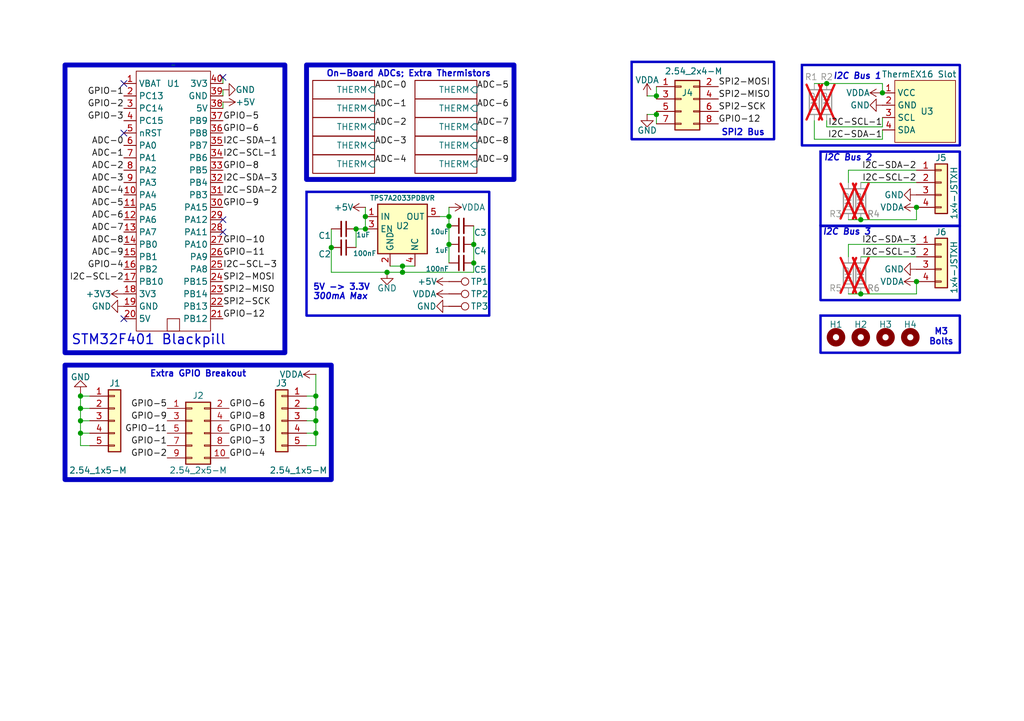
<source format=kicad_sch>
(kicad_sch (version 20231120) (generator "eeschema") (generator_version "8.0")
  (paper "A5")
  (lib_symbols
    (symbol "Connector:TestPoint" (pin_numbers hide) (pin_names (offset 0.762) hide)
      (property "Reference" "TP" (at 0 6.858 0))
      (property "Value" "TestPoint" (at 0 5.08 0))
      (symbol "TestPoint_0_1"
        (circle (center 0 3.302) (radius 0.762))
      )
      (symbol "TestPoint_1_1"
        (pin passive line (at 0 0 90) (length 2.54) (name "1") (number "1"))
      )
    )
    (symbol "Connector_Generic:Conn_01x04" (pin_names (offset 1.016) hide)
      (property "Reference" "J" (at 0 5.08 0))
      (property "Value" "Conn_01x04" (at 0 -7.62 0))
      (symbol "Conn_01x04_1_1"
        (rectangle (start -1.27 -4.953) (end 0 -5.207) (stroke (width 0.1524)))
        (rectangle (start -1.27 -2.413) (end 0 -2.667) (stroke (width 0.1524)))
        (rectangle (start -1.27 0.127) (end 0 -0.127) (stroke (width 0.1524)))
        (rectangle (start -1.27 2.667) (end 0 2.413) (stroke (width 0.1524)))
        (rectangle (start -1.27 3.81) (end 1.27 -6.35) (stroke (width 0.254)) (fill (type background)))
        (pin passive line (at -5.08 2.54 0) (length 3.81) (name "Pin_1") (number "1"))
        (pin passive line (at -5.08 0 0) (length 3.81) (name "Pin_2") (number "2"))
        (pin passive line (at -5.08 -2.54 0) (length 3.81) (name "Pin_3") (number "3"))
        (pin passive line (at -5.08 -5.08 0) (length 3.81) (name "Pin_4") (number "4"))
      )
    )
    (symbol "Connector_Generic:Conn_01x05" (pin_names (offset 1.016) hide)
      (property "Reference" "J" (at 0 7.62 0))
      (property "Value" "Conn_01x05" (at 0 -7.62 0))
      (symbol "Conn_01x05_1_1"
        (rectangle (start -1.27 -4.953) (end 0 -5.207) (stroke (width 0.1524)))
        (rectangle (start -1.27 -2.413) (end 0 -2.667) (stroke (width 0.1524)))
        (rectangle (start -1.27 0.127) (end 0 -0.127) (stroke (width 0.1524)))
        (rectangle (start -1.27 2.667) (end 0 2.413) (stroke (width 0.1524)))
        (rectangle (start -1.27 5.207) (end 0 4.953) (stroke (width 0.1524)))
        (rectangle (start -1.27 6.35) (end 1.27 -6.35) (stroke (width 0.254)) (fill (type background)))
        (pin passive line (at -5.08 5.08 0) (length 3.81) (name "Pin_1") (number "1"))
        (pin passive line (at -5.08 2.54 0) (length 3.81) (name "Pin_2") (number "2"))
        (pin passive line (at -5.08 0 0) (length 3.81) (name "Pin_3") (number "3"))
        (pin passive line (at -5.08 -2.54 0) (length 3.81) (name "Pin_4") (number "4"))
        (pin passive line (at -5.08 -5.08 0) (length 3.81) (name "Pin_5") (number "5"))
      )
    )
    (symbol "Connector_Generic:Conn_02x04_Odd_Even" (pin_names (offset 1.016) hide)
      (property "Reference" "J" (at 1.27 5.08 0))
      (property "Value" "Conn_02x04_Odd_Even" (at 1.27 -7.62 0))
      (symbol "Conn_02x04_Odd_Even_1_1"
        (rectangle (start -1.27 -4.953) (end 0 -5.207) (stroke (width 0.1524)))
        (rectangle (start -1.27 -2.413) (end 0 -2.667) (stroke (width 0.1524)))
        (rectangle (start -1.27 0.127) (end 0 -0.127) (stroke (width 0.1524)))
        (rectangle (start -1.27 2.667) (end 0 2.413) (stroke (width 0.1524)))
        (rectangle (start -1.27 3.81) (end 3.81 -6.35) (stroke (width 0.254)) (fill (type background)))
        (rectangle (start 3.81 -4.953) (end 2.54 -5.207) (stroke (width 0.1524)))
        (rectangle (start 3.81 -2.413) (end 2.54 -2.667) (stroke (width 0.1524)))
        (rectangle (start 3.81 0.127) (end 2.54 -0.127) (stroke (width 0.1524)))
        (rectangle (start 3.81 2.667) (end 2.54 2.413) (stroke (width 0.1524)))
        (pin passive line (at -5.08 2.54 0) (length 3.81) (name "Pin_1") (number "1"))
        (pin passive line (at 7.62 2.54 180) (length 3.81) (name "Pin_2") (number "2"))
        (pin passive line (at -5.08 0 0) (length 3.81) (name "Pin_3") (number "3"))
        (pin passive line (at 7.62 0 180) (length 3.81) (name "Pin_4") (number "4"))
        (pin passive line (at -5.08 -2.54 0) (length 3.81) (name "Pin_5") (number "5"))
        (pin passive line (at 7.62 -2.54 180) (length 3.81) (name "Pin_6") (number "6"))
        (pin passive line (at -5.08 -5.08 0) (length 3.81) (name "Pin_7") (number "7"))
        (pin passive line (at 7.62 -5.08 180) (length 3.81) (name "Pin_8") (number "8"))
      )
    )
    (symbol "Connector_Generic:Conn_02x05_Odd_Even" (pin_names (offset 1.016) hide)
      (property "Reference" "J" (at 1.27 7.62 0))
      (property "Value" "Conn_02x05_Odd_Even" (at 1.27 -7.62 0))
      (symbol "Conn_02x05_Odd_Even_1_1"
        (rectangle (start -1.27 -4.953) (end 0 -5.207) (stroke (width 0.1524)))
        (rectangle (start -1.27 -2.413) (end 0 -2.667) (stroke (width 0.1524)))
        (rectangle (start -1.27 0.127) (end 0 -0.127) (stroke (width 0.1524)))
        (rectangle (start -1.27 2.667) (end 0 2.413) (stroke (width 0.1524)))
        (rectangle (start -1.27 5.207) (end 0 4.953) (stroke (width 0.1524)))
        (rectangle (start -1.27 6.35) (end 3.81 -6.35) (stroke (width 0.254)) (fill (type background)))
        (rectangle (start 3.81 -4.953) (end 2.54 -5.207) (stroke (width 0.1524)))
        (rectangle (start 3.81 -2.413) (end 2.54 -2.667) (stroke (width 0.1524)))
        (rectangle (start 3.81 0.127) (end 2.54 -0.127) (stroke (width 0.1524)))
        (rectangle (start 3.81 2.667) (end 2.54 2.413) (stroke (width 0.1524)))
        (rectangle (start 3.81 5.207) (end 2.54 4.953) (stroke (width 0.1524)))
        (pin passive line (at -5.08 5.08 0) (length 3.81) (name "Pin_1") (number "1"))
        (pin passive line (at 7.62 -5.08 180) (length 3.81) (name "Pin_10") (number "10"))
        (pin passive line (at 7.62 5.08 180) (length 3.81) (name "Pin_2") (number "2"))
        (pin passive line (at -5.08 2.54 0) (length 3.81) (name "Pin_3") (number "3"))
        (pin passive line (at 7.62 2.54 180) (length 3.81) (name "Pin_4") (number "4"))
        (pin passive line (at -5.08 0 0) (length 3.81) (name "Pin_5") (number "5"))
        (pin passive line (at 7.62 0 180) (length 3.81) (name "Pin_6") (number "6"))
        (pin passive line (at -5.08 -2.54 0) (length 3.81) (name "Pin_7") (number "7"))
        (pin passive line (at 7.62 -2.54 180) (length 3.81) (name "Pin_8") (number "8"))
        (pin passive line (at -5.08 -5.08 0) (length 3.81) (name "Pin_9") (number "9"))
      )
    )
    (symbol "CustomSymbols:STM32F401_Black_Pill"
      (property "Reference" "U1" (at 10.16 -7.62 0))
      (property "Value" "~" (at 0 0 0))
      (symbol "STM32F401_Black_Pill_0_1"
        (rectangle (start 2.54 -2.54) (end 17.78 -55.88))
      )
      (symbol "STM32F401_Black_Pill_1_1"
        (rectangle (start 8.89 -53.34) (end 11.43 -55.88))
        (pin input line (at 0 -5.08 0) (length 2.54) (name "VBAT") (number "1"))
        (pin input line (at 0 -27.94 0) (length 2.54) (name "PA4") (number "10"))
        (pin input line (at 0 -30.48 0) (length 2.54) (name "PA5") (number "11"))
        (pin input line (at 0 -33.02 0) (length 2.54) (name "PA6") (number "12"))
        (pin input line (at 0 -35.56 0) (length 2.54) (name "PA7") (number "13"))
        (pin input line (at 0 -38.1 0) (length 2.54) (name "PB0") (number "14"))
        (pin input line (at 0 -40.64 0) (length 2.54) (name "PB1") (number "15"))
        (pin input line (at 0 -43.18 0) (length 2.54) (name "PB2") (number "16"))
        (pin input line (at 0 -45.72 0) (length 2.54) (name "PB10") (number "17"))
        (pin input line (at 0 -48.26 0) (length 2.54) (name "3V3") (number "18"))
        (pin input line (at 0 -50.8 0) (length 2.54) (name "GND") (number "19"))
        (pin input line (at 0 -7.62 0) (length 2.54) (name "PC13") (number "2"))
        (pin input line (at 0 -53.34 0) (length 2.54) (name "5V") (number "20"))
        (pin input line (at 20.32 -53.34 180) (length 2.54) (name "PB12") (number "21"))
        (pin input line (at 20.32 -50.8 180) (length 2.54) (name "PB13") (number "22"))
        (pin input line (at 20.32 -48.26 180) (length 2.54) (name "PB14") (number "23"))
        (pin input line (at 20.32 -45.72 180) (length 2.54) (name "PB15") (number "24"))
        (pin input line (at 20.32 -43.18 180) (length 2.54) (name "PA8") (number "25"))
        (pin input line (at 20.32 -40.64 180) (length 2.54) (name "PA9") (number "26"))
        (pin input line (at 20.32 -38.1 180) (length 2.54) (name "PA10") (number "27"))
        (pin input line (at 20.32 -35.56 180) (length 2.54) (name "PA11") (number "28"))
        (pin input line (at 20.32 -33.02 180) (length 2.54) (name "PA12") (number "29"))
        (pin input line (at 0 -10.16 0) (length 2.54) (name "PC14") (number "3"))
        (pin input line (at 20.32 -30.48 180) (length 2.54) (name "PA15") (number "30"))
        (pin input line (at 20.32 -27.94 180) (length 2.54) (name "PB3") (number "31"))
        (pin input line (at 20.32 -25.4 180) (length 2.54) (name "PB4") (number "32"))
        (pin input line (at 20.32 -22.86 180) (length 2.54) (name "PB5") (number "33"))
        (pin input line (at 20.32 -20.32 180) (length 2.54) (name "PB6") (number "34"))
        (pin input line (at 20.32 -17.78 180) (length 2.54) (name "PB7") (number "35"))
        (pin input line (at 20.32 -15.24 180) (length 2.54) (name "PB8") (number "36"))
        (pin input line (at 20.32 -12.7 180) (length 2.54) (name "PB9") (number "37"))
        (pin input line (at 20.32 -10.16 180) (length 2.54) (name "5V") (number "38"))
        (pin input line (at 20.32 -7.62 180) (length 2.54) (name "GND") (number "39"))
        (pin input line (at 0 -12.7 0) (length 2.54) (name "PC15") (number "4"))
        (pin input line (at 20.32 -5.08 180) (length 2.54) (name "3V3") (number "40"))
        (pin input line (at 0 -15.24 0) (length 2.54) (name "nRST") (number "5"))
        (pin input line (at 0 -17.78 0) (length 2.54) (name "PA0") (number "6"))
        (pin input line (at 0 -20.32 0) (length 2.54) (name "PA1") (number "7"))
        (pin input line (at 0 -22.86 0) (length 2.54) (name "PA2") (number "8"))
        (pin input line (at 0 -25.4 0) (length 2.54) (name "PA3") (number "9"))
      )
    )
    (symbol "CustomSymbols:ThermEX16"
      (property "Reference" "U" (at 0 0 0))
      (symbol "ThermEX16_1_1"
        (rectangle (start -6.35 6.35) (end 6.096 -6.35) (fill (type background)))
        (pin input line (at -8.89 3.81 0) (length 2.54) (name "VCC") (number "1"))
        (pin input line (at -8.89 1.27 0) (length 2.54) (name "GND") (number "2"))
        (pin input line (at -8.89 -1.27 0) (length 2.54) (name "SCL") (number "3"))
        (pin input line (at -8.89 -3.81 0) (length 2.54) (name "SDA") (number "4"))
      )
    )
    (symbol "Device:C_Small" (pin_numbers hide) (pin_names (offset 0.254) hide)
      (property "Reference" "C" (at 0.254 1.778 0))
      (property "Value" "C_Small" (at 0.254 -2.032 0))
      (symbol "C_Small_0_1"
        (polyline (pts (xy -1.524 -0.508) (xy 1.524 -0.508)) (stroke (width 0.3302)))
        (polyline (pts (xy -1.524 0.508) (xy 1.524 0.508)) (stroke (width 0.3048)))
      )
      (symbol "C_Small_1_1"
        (pin passive line (at 0 2.54 270) (length 2.032) (name "~") (number "1"))
        (pin passive line (at 0 -2.54 90) (length 2.032) (name "~") (number "2"))
      )
    )
    (symbol "Device:R" (pin_numbers hide) (pin_names (offset 0))
      (property "Reference" "R" (at 2.032 0 90))
      (property "Value" "R" (at 0 0 90))
      (symbol "R_0_1"
        (rectangle (start -1.016 -2.54) (end 1.016 2.54) (stroke (width 0.254)))
      )
      (symbol "R_1_1"
        (pin passive line (at 0 3.81 270) (length 1.27) (name "~") (number "1"))
        (pin passive line (at 0 -3.81 90) (length 1.27) (name "~") (number "2"))
      )
    )
    (symbol "Mechanical:MountingHole" (pin_names (offset 1.016)) (exclude_from_sim yes) (in_bom no)
      (property "Reference" "H" (at 0 5.08 0))
      (property "Value" "MountingHole" (at 0 3.175 0))
      (symbol "MountingHole_0_1"
        (circle (center 0 0) (radius 1.27) (stroke (width 1.27)))
      )
    )
    (symbol "Regulator_Linear:TPS7A0510PDBV"
      (property "Reference" "U2" (at 0 0.635 0))
      (property "Value" "TPS7A2033PDBVR" (at 0 6.35 0))
      (symbol "TPS7A0510PDBV_0_1"
        (rectangle (start -5.08 -5.08) (end 5.08 5.08) (stroke (width 0.254)) (fill (type background)))
        (pin power_in line (at -7.62 2.54 0) (length 2.54) (name "IN") (number "1"))
        (pin power_in line (at -2.54 -7.62 90) (length 2.54) (name "GND") (number "2"))
        (pin input line (at -7.62 0 0) (length 2.54) (name "EN") (number "3"))
        (pin power_out line (at 7.62 2.54 180) (length 2.54) (name "OUT") (number "5"))
      )
      (symbol "TPS7A0510PDBV_1_1"
        (pin power_in line (at 2.54 -7.62 90) (length 2.54) (name "NC") (number "4"))
      )
    )
    (symbol "power:+3V3" (power) (pin_numbers hide) (pin_names (offset 0) hide)
      (property "Value" "+3V3" (at 0 3.556 0))
      (symbol "+3V3_0_1"
        (polyline (pts (xy -0.762 1.27) (xy 0 2.54)))
        (polyline (pts (xy 0 0) (xy 0 2.54)))
        (polyline (pts (xy 0 2.54) (xy 0.762 1.27)))
      )
      (symbol "+3V3_1_1"
        (pin power_in line (at 0 0 90) (length 0) (name "~") (number "1"))
      )
    )
    (symbol "power:+5V" (power) (pin_numbers hide) (pin_names (offset 0) hide)
      (property "Value" "+5V" (at 0 3.556 0))
      (symbol "+5V_0_1"
        (polyline (pts (xy -0.762 1.27) (xy 0 2.54)))
        (polyline (pts (xy 0 0) (xy 0 2.54)))
        (polyline (pts (xy 0 2.54) (xy 0.762 1.27)))
      )
      (symbol "+5V_1_1"
        (pin power_in line (at 0 0 90) (length 0) (name "~") (number "1"))
      )
    )
    (symbol "power:GND" (power) (pin_numbers hide) (pin_names (offset 0) hide)
      (property "Value" "GND" (at 0 -3.81 0))
      (symbol "GND_0_1"
        (polyline (pts (xy 0 0) (xy 0 -1.27) (xy 1.27 -1.27) (xy 0 -2.54) (xy -1.27 -1.27) (xy 0 -1.27)))
      )
      (symbol "GND_1_1"
        (pin power_in line (at 0 0 270) (length 0) (name "~") (number "1"))
      )
    )
    (symbol "power:VDDA" (power) (pin_numbers hide) (pin_names (offset 0) hide)
      (property "Value" "VDDA" (at 0 3.556 0))
      (symbol "VDDA_0_1"
        (polyline (pts (xy -0.762 1.27) (xy 0 2.54)))
        (polyline (pts (xy 0 0) (xy 0 2.54)))
        (polyline (pts (xy 0 2.54) (xy 0.762 1.27)))
      )
      (symbol "VDDA_1_1"
        (pin power_in line (at 0 0 90) (length 0) (name "~") (number "1"))
      )
    )
  )
  (junction (at 74.93 44.45))
  (junction (at 79.375 55.88))
  (junction (at 16.51 81.28))
  (junction (at 180.975 19.05))
  (junction (at 92.075 44.45))
  (junction (at 176.53 60.325))
  (junction (at 73.025 46.99))
  (junction (at 134.62 19.685))
  (junction (at 169.545 17.145))
  (junction (at 176.53 45.085))
  (junction (at 187.96 57.785))
  (junction (at 74.93 46.99))
  (junction (at 187.96 42.545))
  (junction (at 64.77 86.36))
  (junction (at 92.075 46.355))
  (junction (at 64.77 83.82))
  (junction (at 97.155 50.165))
  (junction (at 64.77 81.28))
  (junction (at 82.55 54.61))
  (junction (at 97.155 53.975))
  (junction (at 64.77 88.9))
  (junction (at 16.51 88.9))
  (junction (at 92.075 50.165))
  (junction (at 82.55 55.88))
  (junction (at 67.945 50.8))
  (junction (at 16.51 86.36))
  (junction (at 134.62 23.495))
  (junction (at 16.51 83.82))
  (no_connect (at 25.4 27.305))
  (no_connect (at 25.4 65.405))
  (no_connect (at 45.72 47.625))
  (no_connect (at 25.4 17.145))
  (no_connect (at 45.72 45.085))
  (no_connect (at 45.72 15.875))
  (wire (pts (xy 45.72 15.875) (xy 45.72 17.145)))
  (wire (pts (xy 180.975 26.035) (xy 180.975 24.13)))
  (wire (pts (xy 16.51 81.28) (xy 18.415 81.28)))
  (wire (pts (xy 173.99 52.705) (xy 173.99 50.165)))
  (wire (pts (xy 73.025 46.99) (xy 73.025 50.8)))
  (wire (pts (xy 173.99 60.325) (xy 176.53 60.325)))
  (wire (pts (xy 92.075 42.545) (xy 92.075 44.45)))
  (wire (pts (xy 187.96 45.085) (xy 187.96 42.545)))
  (wire (pts (xy 92.075 50.165) (xy 92.075 53.975)))
  (wire (pts (xy 79.375 55.88) (xy 82.55 55.88)))
  (wire (pts (xy 64.77 88.9) (xy 64.77 91.44)))
  (wire (pts (xy 176.53 45.085) (xy 187.96 45.085)))
  (wire (pts (xy 176.53 60.325) (xy 187.96 60.325)))
  (wire (pts (xy 80.01 54.61) (xy 82.55 54.61)))
  (wire (pts (xy 74.93 44.45) (xy 74.93 46.99)))
  (wire (pts (xy 173.99 37.465) (xy 173.99 34.925)))
  (wire (pts (xy 18.415 83.82) (xy 16.51 83.82)))
  (wire (pts (xy 167.005 17.145) (xy 169.545 17.145)))
  (wire (pts (xy 169.545 26.035) (xy 180.975 26.035)))
  (wire (pts (xy 64.77 86.36) (xy 64.77 88.9)))
  (wire (pts (xy 64.77 86.36) (xy 62.865 86.36)))
  (wire (pts (xy 64.77 76.835) (xy 64.77 81.28)))
  (wire (pts (xy 173.99 45.085) (xy 176.53 45.085)))
  (wire (pts (xy 167.005 28.575) (xy 167.005 24.765)))
  (wire (pts (xy 16.51 88.9) (xy 16.51 91.44)))
  (wire (pts (xy 173.99 34.925) (xy 187.96 34.925)))
  (wire (pts (xy 97.155 50.165) (xy 97.155 53.975)))
  (wire (pts (xy 16.51 86.36) (xy 16.51 88.9)))
  (wire (pts (xy 92.075 46.355) (xy 92.075 50.165)))
  (wire (pts (xy 132.715 23.495) (xy 134.62 23.495)))
  (wire (pts (xy 16.51 81.28) (xy 16.51 83.82)))
  (wire (pts (xy 74.93 42.545) (xy 74.93 44.45)))
  (wire (pts (xy 64.77 88.9) (xy 62.865 88.9)))
  (wire (pts (xy 16.51 86.36) (xy 18.415 86.36)))
  (wire (pts (xy 16.51 88.9) (xy 18.415 88.9)))
  (wire (pts (xy 67.945 50.8) (xy 67.945 55.88)))
  (wire (pts (xy 64.77 81.28) (xy 64.77 83.82)))
  (wire (pts (xy 92.075 46.355) (xy 92.075 44.45)))
  (wire (pts (xy 64.77 81.28) (xy 62.865 81.28)))
  (wire (pts (xy 134.62 17.78) (xy 134.62 19.685)))
  (wire (pts (xy 187.96 60.325) (xy 187.96 57.785)))
  (wire (pts (xy 134.62 19.685) (xy 134.62 20.32)))
  (wire (pts (xy 67.945 46.99) (xy 67.945 50.8)))
  (wire (pts (xy 67.945 55.88) (xy 79.375 55.88)))
  (wire (pts (xy 92.075 44.45) (xy 90.17 44.45)))
  (wire (pts (xy 16.51 80.645) (xy 16.51 81.28)))
  (wire (pts (xy 173.99 50.165) (xy 187.96 50.165)))
  (wire (pts (xy 82.55 54.61) (xy 85.09 54.61)))
  (wire (pts (xy 132.715 19.685) (xy 134.62 19.685)))
  (wire (pts (xy 82.55 55.88) (xy 97.155 55.88)))
  (wire (pts (xy 73.025 46.99) (xy 74.93 46.99)))
  (wire (pts (xy 169.545 26.035) (xy 169.545 24.765)))
  (wire (pts (xy 45.72 18.415) (xy 45.72 19.685)))
  (wire (pts (xy 82.55 54.61) (xy 82.55 55.88)))
  (wire (pts (xy 176.53 37.465) (xy 187.96 37.465)))
  (wire (pts (xy 97.155 46.355) (xy 97.155 50.165)))
  (wire (pts (xy 97.155 53.975) (xy 97.155 55.88)))
  (wire (pts (xy 45.72 20.955) (xy 45.72 22.225)))
  (wire (pts (xy 180.975 28.575) (xy 180.975 26.67)))
  (wire (pts (xy 64.77 83.82) (xy 64.77 86.36)))
  (wire (pts (xy 180.975 17.145) (xy 180.975 19.05)))
  (wire (pts (xy 62.865 83.82) (xy 64.77 83.82)))
  (wire (pts (xy 16.51 91.44) (xy 18.415 91.44)))
  (wire (pts (xy 169.545 17.145) (xy 180.975 17.145)))
  (wire (pts (xy 134.62 22.86) (xy 134.62 23.495)))
  (wire (pts (xy 134.62 23.495) (xy 134.62 25.4)))
  (wire (pts (xy 176.53 52.705) (xy 187.96 52.705)))
  (wire (pts (xy 180.975 28.575) (xy 167.005 28.575)))
  (wire (pts (xy 64.77 91.44) (xy 62.865 91.44)))
  (wire (pts (xy 16.51 83.82) (xy 16.51 86.36)))
  (rectangle (start 13.335 74.93) (end 67.945 98.425) (stroke (width 1)))
  (rectangle (start 164.465 13.335) (end 196.85 29.845) (stroke (width 0.5)))
  (rectangle (start 13.335 13.335) (end 58.42 72.39) (stroke (width 1)))
  (rectangle (start 62.865 13.335) (end 105.41 36.83) (stroke (width 1)))
  (rectangle (start 168.275 46.355) (end 196.85 61.595) (stroke (width 0.5)))
  (rectangle (start 168.275 31.115) (end 196.85 46.355) (stroke (width 0.5)))
  (rectangle (start 129.54 12.7) (end 158.75 28.575) (stroke (width 0.5)))
  (rectangle (start 168.275 64.77) (end 196.85 72.39) (stroke (width 0.5)))
  (rectangle (start 62.865 39.37) (end 100.33 64.77) (stroke (width 0.5)))
  (text "M3\nBolts" (at 193.04 69.215 0) (effects (font (size 1.27 1.27) (thickness 0.254) (bold yes))))
  (text "SPI2 Bus" (at 152.4 27.305 0) (effects (font (size 1.27 1.27) (thickness 0.254) (bold yes))))
  (text "I2C Bus 3" (at 168.656 46.99 0) (effects (font (size 1.27 1.27) (thickness 0.254) (bold yes) (italic yes)) (justify left top)))
  (text "I2C Bus 2" (at 168.91 31.75 0) (effects (font (size 1.27 1.27) (thickness 0.254) (bold yes) (italic yes)) (justify left top)))
  (text "STM32F401 Blackpill" (at 30.48 69.85 0) (effects (font (size 2 2) (thickness 0.254) (bold yes))))
  (text "Extra GPIO Breakout" (at 40.64 76.835 0) (effects (font (size 1.27 1.27) (thickness 0.254) (bold yes))))
  (text "On-Board ADCs; Extra Thermistors" (at 83.82 15.24 0) (effects (font (size 1.27 1.27) (thickness 0.254) (bold yes))))
  (text "I2C Bus 1" (at 170.815 16.51 0) (effects (font (size 1.27 1.27) (thickness 0.254) (bold yes) (italic yes)) (justify left bottom)))
  (text "5V -> 3.3V" (at 64.135 59.055 0) (effects (font (size 1.27 1.27) (bold yes)) (justify left)))
  (text "300mA Max" (at 64.135 60.96 0) (effects (font (size 1.27 1.27) (bold yes) (italic yes)) (justify left)))
  (label "I2C-SCL-3" (at 187.96 52.705 180))
  (label "I2C-SDA-3" (at 187.96 50.165 180))
  (label "SPI2-MISO" (at 147.32 20.32 0))
  (label "ADC-1" (at 25.4 32.385 180))
  (label "GPIO-2" (at 34.29 93.98 180))
  (label "I2C-SCL-2" (at 187.96 37.465 180))
  (label "ADC-8" (at 97.79 29.845 0))
  (label "I2C-SDA-2" (at 187.96 34.925 180))
  (label "GPIO-11" (at 45.72 52.705 0))
  (label "SPI2-MOSI" (at 45.72 57.785 0))
  (label "GPIO-5" (at 45.72 24.765 0))
  (label "ADC-6" (at 25.4 45.085 180))
  (label "GPIO-12" (at 45.72 65.405 0))
  (label "GPIO-4" (at 46.99 93.98 0))
  (label "SPI2-SCK" (at 45.72 62.865 0))
  (label "ADC-1" (at 76.835 22.225 0))
  (label "I2C-SCL-1" (at 45.72 32.385 0))
  (label "SPI2-SCK" (at 147.32 22.86 0))
  (label "ADC-4" (at 25.4 40.005 180))
  (label "I2C-SCL-3" (at 45.72 55.245 0))
  (label "ADC-2" (at 25.4 34.925 180))
  (label "GPIO-6" (at 45.72 27.305 0))
  (label "ADC-5" (at 97.79 18.415 0))
  (label "SPI2-MISO" (at 45.72 60.325 0))
  (label "I2C-SDA-1" (at 180.975 28.575 180))
  (label "ADC-9" (at 25.4 52.705 180))
  (label "GPIO-9" (at 45.72 42.545 0))
  (label "GPIO-3" (at 25.4 24.765 180))
  (label "GPIO-1" (at 34.29 91.44 180))
  (label "ADC-8" (at 25.4 50.165 180))
  (label "GPIO-5" (at 34.29 83.82 180))
  (label "I2C-SCL-1" (at 180.975 26.035 180))
  (label "GPIO-6" (at 46.99 83.82 0))
  (label "GPIO-2" (at 25.4 22.225 180))
  (label "GPIO-12" (at 147.32 25.4 0))
  (label "GPIO-4" (at 25.4 55.245 180))
  (label "ADC-7" (at 25.4 47.625 180))
  (label "GPIO-11" (at 34.29 88.9 180))
  (label "GPIO-3" (at 46.99 91.44 0))
  (label "I2C-SCL-2" (at 25.4 57.785 180))
  (label "GPIO-8" (at 45.72 34.925 0))
  (label "I2C-SDA-3" (at 45.72 37.465 0))
  (label "GPIO-1" (at 25.4 19.685 180))
  (label "I2C-SDA-2" (at 45.72 40.005 0))
  (label "ADC-3" (at 25.4 37.465 180))
  (label "ADC-4" (at 76.835 33.655 0))
  (label "ADC-6" (at 97.79 22.225 0))
  (label "ADC-0" (at 25.4 29.845 180))
  (label "SPI2-MOSI" (at 147.32 17.78 0))
  (label "GPIO-10" (at 46.99 88.9 0))
  (label "GPIO-8" (at 46.99 86.36 0))
  (label "ADC-9" (at 97.79 33.655 0))
  (label "ADC-7" (at 97.79 26.035 0))
  (label "ADC-5" (at 25.4 42.545 180))
  (label "I2C-SDA-1" (at 45.72 29.845 0))
  (label "ADC-3" (at 76.835 29.845 0))
  (label "ADC-2" (at 76.835 26.035 0))
  (label "GPIO-10" (at 45.72 50.165 0))
  (label "ADC-0" (at 76.835 18.415 0))
  (label "GPIO-9" (at 34.29 86.36 180))
  (symbol (lib_id "power:+5V") (at 45.72 20.955 270) (unit 1)
    (property "Reference" "#PWR01" (effects (hide yes)))
    (property "Value" "+5V" (at 48.26 20.955 90) (effects (justify left)))
    (property "Description" "Power symbol creates a global label with name \"+5V\"" (effects (hide yes)))
  )
  (symbol (lib_id "Device:R") (at 173.99 56.515 0) (mirror y) (unit 1) (dnp yes)
    (property "Reference" "R5" (at 172.72 58.42 0) (effects (justify left top)))
    (property "Value" "DNP" (at 173.99 54.61 90) (effects (justify right)))
    (property "Footprint" "Resistor_THT:R_Axial_DIN0207_L6.3mm_D2.5mm_P10.16mm_Horizontal" (effects (hide yes)))
    (property "Description" "Resistor" (effects (hide yes)))
  )
  (symbol (lib_id "power:GND") (at 25.4 62.865 270) (mirror x) (unit 1)
    (property "Reference" "#PWR03" (effects (hide yes)))
    (property "Value" "GND" (at 22.86 62.865 90) (effects (justify right)))
    (property "Description" "Power symbol creates a global label with name \"GND\" , ground" (effects (hide yes)))
  )
  (symbol (lib_id "power:VDDA") (at 187.96 57.785 90) (unit 1)
    (property "Reference" "#PWR08" (effects (hide yes)))
    (property "Value" "VDDA" (at 185.42 57.785 90) (effects (justify left)))
    (property "Description" "Power symbol creates a global label with name \"VDDA\"" (effects (hide yes)))
  )
  (symbol (lib_id "power:GND") (at 79.375 55.88 0) (unit 1)
    (property "Reference" "#PWR035" (effects (hide yes)))
    (property "Value" "GND" (at 79.375 58.42 0) (effects (justify top)))
    (property "Description" "Power symbol creates a global label with name \"GND\" , ground" (effects (hide yes)))
  )
  (symbol (lib_id "power:GND") (at 132.715 23.495 0) (unit 1)
    (property "Reference" "#PWR024" (effects (hide yes)))
    (property "Value" "GND" (at 132.715 26.035 0) (effects (justify top)))
    (property "Description" "Power symbol creates a global label with name \"GND\" , ground" (effects (hide yes)))
  )
  (symbol (lib_id "Connector_Generic:Conn_02x04_Odd_Even") (at 139.7 20.32 0) (unit 1)
    (property "Reference" "J4" (at 140.97 19.05 0))
    (property "Value" "2.54_2x4-M" (at 142.24 14.605 0))
    (property "Footprint" "Connector_PinHeader_2.54mm:PinHeader_2x04_P2.54mm_Vertical" (effects (hide yes)))
    (property "Description" "Generic connector, double row, 02x04, odd/even pin numbering scheme (row 1 odd numbers, row 2 even numbers), script generated (kicad-library-utils/schlib/autogen/connector/)" (effects (hide yes)))
  )
  (symbol (lib_id "Device:C_Small") (at 94.615 53.975 90) (unit 1)
    (property "Reference" "C5" (at 97.155 54.61 90) (effects (justify right bottom)))
    (property "Value" "100nF" (at 92.075 54.61 90) (effects (font (size 1 1)) (justify left bottom)))
    (property "Footprint" "Capacitor_SMD:C_0603_1608Metric" (effects (hide yes)))
    (property "Description" "Unpolarized capacitor, small symbol" (effects (hide yes)))
    (property "LCSC" " C14663" (effects (hide yes)))
  )
  (symbol (lib_id "power:GND") (at 187.96 40.005 270) (unit 1)
    (property "Reference" "#PWR011" (effects (hide yes)))
    (property "Value" "GND" (at 185.42 40.005 90) (effects (justify right)))
  )
  (symbol (lib_id "Mechanical:MountingHole") (at 171.45 69.215 0) (unit 1) (exclude_from_sim yes) (in_bom no)
    (property "Reference" "H1" (at 171.45 67.31 0) (effects (justify bottom)))
    (property "Value" "M3 Mounting Hole" (effects (hide yes)))
    (property "Footprint" "CustomFootprints:M3 Mounting Hole ~ Classic" (effects (hide yes)))
    (property "Description" "Mounting Hole without connection" (effects (hide yes)))
  )
  (symbol (lib_id "power:+5V") (at 92.075 57.785 90) (mirror x) (unit 1)
    (property "Reference" "#PWR033" (effects (hide yes)))
    (property "Value" "+5V" (at 87.63 57.785 90))
  )
  (symbol (lib_id "Connector_Generic:Conn_01x05") (at 57.785 86.36 0) (mirror y) (unit 1)
    (property "Reference" "J3" (at 56.515 79.375 0) (effects (justify right bottom)))
    (property "Value" "2.54_1x5-M" (at 55.245 96.52 0) (effects (justify right)))
    (property "Footprint" "Connector_PinHeader_2.54mm:PinHeader_1x05_P2.54mm_Vertical" (effects (hide yes)))
    (property "Description" "Generic connector, single row, 01x05, script generated (kicad-library-utils/schlib/autogen/connector/)" (effects (hide yes)))
  )
  (symbol (lib_id "Connector:TestPoint") (at 92.075 57.785 270) (unit 1)
    (property "Reference" "TP1" (at 96.52 57.785 90) (effects (justify left)))
    (property "Value" "TestPoint" (effects (hide yes)))
    (property "Footprint" "TestPoint:TestPoint_THTPad_D1.5mm_Drill0.7mm" (effects (hide yes)))
    (property "Description" "test point" (effects (hide yes)))
  )
  (symbol (lib_id "CustomSymbols:STM32F401_Black_Pill") (at 25.4 12.065 0) (unit 1)
    (property "Reference" "U1" (at 35.56 17.145 0))
    (property "Value" "~" (at 35.56 13.335 0))
    (property "Footprint" "CustomFootprints:Socketed MCU - STM32 BlackPill" (effects (hide yes)))
  )
  (symbol (lib_id "Connector_Generic:Conn_01x04") (at 193.04 52.705 0) (unit 1)
    (property "Reference" "J6" (at 191.77 47.625 0) (effects (justify left)))
    (property "Value" "1x4-JSTXH" (at 194.945 60.325 90) (effects (justify left top)))
    (property "Footprint" "Connector_JST:JST_XH_B4B-XH-A_1x04_P2.50mm_Vertical" (effects (hide yes)))
    (property "Description" "Generic connector, single row, 01x04, script generated (kicad-library-utils/schlib/autogen/connector/)" (effects (hide yes)))
    (property "LCSC" "C144395" (effects (hide yes)))
  )
  (symbol (lib_id "power:VDDA") (at 64.77 76.835 90) (unit 1)
    (property "Reference" "#PWR06" (effects (hide yes)))
    (property "Value" "VDDA" (at 62.23 76.835 90) (effects (justify left)))
    (property "Description" "Power symbol creates a global label with name \"VDDA\"" (effects (hide yes)))
  )
  (symbol (lib_id "power:VDDA") (at 180.975 19.05 90) (mirror x) (unit 1)
    (property "Reference" "#PWR010" (effects (hide yes)))
    (property "Value" "VDDA" (at 178.435 19.05 90) (effects (justify left)))
    (property "Description" "Power symbol creates a global label with name \"VDDA\"" (effects (hide yes)))
  )
  (symbol (lib_id "Connector_Generic:Conn_02x05_Odd_Even") (at 39.37 88.9 0) (unit 1)
    (property "Reference" "J2" (at 40.64 81.915 0) (effects (justify bottom)))
    (property "Value" "2.54_2x5-M" (at 40.64 96.52 0))
    (property "Footprint" "Connector_PinHeader_2.54mm:PinHeader_2x05_P2.54mm_Vertical" (effects (hide yes)))
    (property "Description" "Generic connector, double row, 02x05, odd/even pin numbering scheme (row 1 odd numbers, row 2 even numbers), script generated (kicad-library-utils/schlib/autogen/connector/)" (effects (hide yes)))
  )
  (symbol (lib_id "Connector_Generic:Conn_01x04") (at 193.04 37.465 0) (unit 1)
    (property "Reference" "J5" (at 191.77 32.385 0) (effects (justify left)))
    (property "Value" "1x4-JSTXH" (at 194.945 45.085 90) (effects (justify left top)))
    (property "Footprint" "Connector_JST:JST_XH_B4B-XH-A_1x04_P2.50mm_Vertical" (effects (hide yes)))
    (property "Description" "Generic connector, single row, 01x04, script generated (kicad-library-utils/schlib/autogen/connector/)" (effects (hide yes)))
    (property "LCSC" "C144395" (effects (hide yes)))
  )
  (symbol (lib_id "power:GND") (at 92.075 62.865 270) (unit 1)
    (property "Reference" "#PWR037" (effects (hide yes)))
    (property "Value" "GND" (at 89.535 62.865 90) (effects (justify right)))
    (property "Description" "Power symbol creates a global label with name \"GND\" , ground" (effects (hide yes)))
  )
  (symbol (lib_id "power:VDDA") (at 187.96 42.545 90) (unit 1)
    (property "Reference" "#PWR012" (effects (hide yes)))
    (property "Value" "VDDA" (at 185.42 42.545 90) (effects (justify left)))
    (property "Description" "Power symbol creates a global label with name \"VDDA\"" (effects (hide yes)))
  )
  (symbol (lib_id "Device:C_Small") (at 70.485 46.99 270) (mirror x) (unit 1)
    (property "Reference" "C1" (at 67.945 47.625 90) (effects (justify right bottom)))
    (property "Value" "1uF" (at 73.025 47.625 90) (effects (font (size 1 1)) (justify left bottom)))
    (property "Footprint" "Capacitor_SMD:C_0603_1608Metric" (effects (hide yes)))
    (property "Description" "Unpolarized capacitor, small symbol" (effects (hide yes)))
    (property "LCSC" "C15849" (effects (hide yes)))
  )
  (symbol (lib_id "power:GND") (at 45.72 18.415 90) (unit 1)
    (property "Reference" "#PWR02" (effects (hide yes)))
    (property "Value" "GND" (at 48.26 18.415 90) (effects (justify right)))
    (property "Description" "Power symbol creates a global label with name \"GND\" , ground" (effects (hide yes)))
  )
  (symbol (lib_id "power:GND") (at 16.51 80.645 180) (unit 1)
    (property "Reference" "#PWR05" (effects (hide yes)))
    (property "Value" "GND" (at 16.51 78.105 0) (effects (justify top)))
    (property "Description" "Power symbol creates a global label with name \"GND\" , ground" (effects (hide yes)))
  )
  (symbol (lib_id "CustomSymbols:ThermEX16") (at 189.865 22.86 0) (unit 1)
    (property "Reference" "U3" (at 190.119 22.86 0))
    (property "Value" "ThermEX16 Slot" (at 196.215 15.24 0) (effects (justify right)))
    (property "Footprint" "CustomFootprints:ThermEX16" (effects (hide yes)))
  )
  (symbol (lib_id "Device:R") (at 176.53 56.515 0) (unit 1) (dnp yes)
    (property "Reference" "R6" (at 177.8 58.42 0) (effects (justify left top)))
    (property "Value" "DNP" (at 176.53 54.61 90) (effects (justify right)))
    (property "Footprint" "Resistor_THT:R_Axial_DIN0207_L6.3mm_D2.5mm_P10.16mm_Horizontal" (effects (hide yes)))
    (property "Description" "Resistor" (effects (hide yes)))
  )
  (symbol (lib_id "Device:C_Small") (at 94.615 46.355 90) (unit 1)
    (property "Reference" "C3" (at 97.155 46.99 90) (effects (justify right bottom)))
    (property "Value" "10uF" (at 92.075 46.99 90) (effects (font (size 1 1)) (justify left bottom)))
    (property "Footprint" "Capacitor_SMD:C_0603_1608Metric" (effects (hide yes)))
    (property "Description" "Unpolarized capacitor, small symbol" (effects (hide yes)))
    (property "LCSC" "C96446" (effects (hide yes)))
  )
  (symbol (lib_id "Device:R") (at 176.53 41.275 0) (unit 1) (dnp yes)
    (property "Reference" "R4" (at 177.8 43.18 0) (effects (justify left top)))
    (property "Value" "DNP" (at 176.53 39.37 90) (effects (justify right)))
    (property "Footprint" "Resistor_THT:R_Axial_DIN0207_L6.3mm_D2.5mm_P10.16mm_Horizontal" (effects (hide yes)))
    (property "Description" "Resistor" (effects (hide yes)))
  )
  (symbol (lib_id "power:GND") (at 187.96 55.245 270) (unit 1)
    (property "Reference" "#PWR07" (effects (hide yes)))
    (property "Value" "GND" (at 185.42 55.245 90) (effects (justify right)))
  )
  (symbol (lib_id "Connector:TestPoint") (at 92.075 62.865 270) (unit 1)
    (property "Reference" "TP3" (at 96.52 62.865 90) (effects (justify left)))
    (property "Value" "TestPoint" (effects (hide yes)))
    (property "Footprint" "TestPoint:TestPoint_THTPad_D1.5mm_Drill0.7mm" (effects (hide yes)))
    (property "Description" "test point" (effects (hide yes)))
  )
  (symbol (lib_id "power:+5V") (at 74.93 42.545 90) (mirror x) (unit 1)
    (property "Reference" "#PWR034" (effects (hide yes)))
    (property "Value" "+5V" (at 70.485 42.545 90))
  )
  (symbol (lib_id "Device:R") (at 169.545 20.955 0) (mirror x) (unit 1) (dnp yes)
    (property "Reference" "R2" (at 169.545 16.51 0) (effects (justify top)))
    (property "Value" "DNP" (at 169.545 22.86 90) (effects (justify right)))
    (property "Footprint" "Resistor_THT:R_Axial_DIN0207_L6.3mm_D2.5mm_P10.16mm_Horizontal" (effects (hide yes)))
    (property "Description" "Resistor" (effects (hide yes)))
  )
  (symbol (lib_id "power:+3V3") (at 25.4 60.325 90) (unit 1)
    (property "Reference" "#PWR030" (effects (hide yes)))
    (property "Value" "+3V3" (at 22.86 60.325 90) (effects (justify left)))
    (property "Description" "Power symbol creates a global label with name \"+3V3\"" (effects (hide yes)))
  )
  (symbol (lib_id "Device:R") (at 173.99 41.275 0) (mirror y) (unit 1) (dnp yes)
    (property "Reference" "R3" (at 172.72 43.18 0) (effects (justify left top)))
    (property "Value" "DNP" (at 173.99 39.37 90) (effects (justify right)))
    (property "Footprint" "Resistor_THT:R_Axial_DIN0207_L6.3mm_D2.5mm_P10.16mm_Horizontal" (effects (hide yes)))
    (property "Description" "Resistor" (effects (hide yes)))
  )
  (symbol (lib_id "Device:C_Small") (at 94.615 50.165 90) (unit 1)
    (property "Reference" "C4" (at 97.155 50.8 90) (effects (justify right bottom)))
    (property "Value" "1uF" (at 92.075 50.8 90) (effects (font (size 1 1)) (justify left bottom)))
    (property "Footprint" "Capacitor_SMD:C_0603_1608Metric" (effects (hide yes)))
    (property "Description" "Unpolarized capacitor, small symbol" (effects (hide yes)))
    (property "LCSC" "C15849" (effects (hide yes)))
  )
  (symbol (lib_id "Mechanical:MountingHole") (at 186.69 69.215 0) (unit 1) (exclude_from_sim yes) (in_bom no)
    (property "Reference" "H4" (at 186.69 67.31 0) (effects (justify bottom)))
    (property "Value" "M3 Mounting Hole" (effects (hide yes)))
    (property "Footprint" "CustomFootprints:M3 Mounting Hole ~ Classic" (effects (hide yes)))
    (property "Description" "Mounting Hole without connection" (effects (hide yes)))
  )
  (symbol (lib_id "power:VDDA") (at 92.075 42.545 270) (unit 1)
    (property "Reference" "#PWR036" (effects (hide yes)))
    (property "Value" "VDDA" (at 94.615 42.545 90) (effects (justify left)))
    (property "Description" "Power symbol creates a global label with name \"VDDA\"" (effects (hide yes)))
  )
  (symbol (lib_id "Mechanical:MountingHole") (at 176.53 69.215 0) (unit 1) (exclude_from_sim yes) (in_bom no)
    (property "Reference" "H2" (at 176.53 67.31 0) (effects (justify bottom)))
    (property "Value" "M3 Mounting Hole" (effects (hide yes)))
    (property "Footprint" "CustomFootprints:M3 Mounting Hole ~ Classic" (effects (hide yes)))
    (property "Description" "Mounting Hole without connection" (effects (hide yes)))
  )
  (symbol (lib_id "power:VDDA") (at 132.715 19.685 0) (unit 1)
    (property "Reference" "#PWR023" (effects (hide yes)))
    (property "Value" "VDDA" (at 132.715 17.145 0) (effects (justify bottom)))
    (property "Description" "Power symbol creates a global label with name \"VDDA\"" (effects (hide yes)))
  )
  (symbol (lib_id "Mechanical:MountingHole") (at 181.61 69.215 0) (unit 1) (exclude_from_sim yes) (in_bom no)
    (property "Reference" "H3" (at 181.61 67.31 0) (effects (justify bottom)))
    (property "Value" "M3 Mounting Hole" (effects (hide yes)))
    (property "Footprint" "CustomFootprints:M3 Mounting Hole ~ Classic" (effects (hide yes)))
    (property "Description" "Mounting Hole without connection" (effects (hide yes)))
  )
  (symbol (lib_id "Device:R") (at 167.005 20.955 180) (unit 1) (dnp yes)
    (property "Reference" "R1" (at 166.37 16.51 0) (effects (justify top)))
    (property "Value" "DNP" (at 167.005 22.86 90) (effects (justify right)))
    (property "Footprint" "Resistor_THT:R_Axial_DIN0207_L6.3mm_D2.5mm_P10.16mm_Horizontal" (effects (hide yes)))
    (property "Description" "Resistor" (effects (hide yes)))
  )
  (symbol (lib_id "power:GND") (at 180.975 21.59 270) (mirror x) (unit 1)
    (property "Reference" "#PWR09" (effects (hide yes)))
    (property "Value" "GND" (at 178.435 21.59 90) (effects (justify right)))
  )
  (symbol (lib_id "Connector_Generic:Conn_01x05") (at 23.495 86.36 0) (unit 1)
    (property "Reference" "J1" (at 24.765 79.375 0) (effects (justify right bottom)))
    (property "Value" "2.54_1x5-M" (at 26.035 96.52 0) (effects (justify right)))
    (property "Footprint" "Connector_PinHeader_2.54mm:PinHeader_1x05_P2.54mm_Vertical" (effects (hide yes)))
    (property "Description" "Generic connector, single row, 01x05, script generated (kicad-library-utils/schlib/autogen/connector/)" (effects (hide yes)))
  )
  (symbol (lib_id "power:VDDA") (at 92.075 60.325 90) (unit 1)
    (property "Reference" "#PWR032" (effects (hide yes)))
    (property "Value" "VDDA" (at 89.535 60.325 90) (effects (justify left)))
    (property "Description" "Power symbol creates a global label with name \"VDDA\"" (effects (hide yes)))
  )
  (symbol (lib_id "Connector:TestPoint") (at 92.075 60.325 270) (unit 1)
    (property "Reference" "TP2" (at 96.52 60.325 90) (effects (justify left)))
    (property "Value" "TestPoint" (effects (hide yes)))
    (property "Footprint" "TestPoint:TestPoint_THTPad_D1.5mm_Drill0.7mm" (effects (hide yes)))
    (property "Description" "test point" (effects (hide yes)))
  )
  (symbol (lib_id "Device:C_Small") (at 70.485 50.8 270) (mirror x) (unit 1)
    (property "Reference" "C2" (at 67.945 51.435 90) (effects (justify right bottom)))
    (property "Value" "100nF" (at 72.39 51.435 90) (effects (font (size 1 1)) (justify left bottom)))
    (property "Footprint" "Capacitor_SMD:C_0603_1608Metric" (effects (hide yes)))
    (property "Description" "Unpolarized capacitor, small symbol" (effects (hide yes)))
    (property "LCSC" " C14663" (effects (hide yes)))
  )
  (symbol (lib_id "Regulator_Linear:TPS7A0510PDBV") (at 82.55 46.99 0) (unit 1)
    (property "Reference" "U2" (at 82.55 46.355 0))
    (property "Value" "TPS7A2033PDBVR" (at 82.55 40.64 0) (effects (font (size 1 1))))
    (property "Footprint" "Package_TO_SOT_SMD:SOT-23-5" (effects (hide yes)))
    (property "Datasheet" "https://www.ti.com/lit/ds/symlink/tps7a20.pdf?ts=1713288417817&ref_url=https%3A%2F%2Fwww.ti.com%2Fproduct%2FTPS7A20" (effects (hide yes)))
    (property "Description" "5v->3V3, 0.3A" (effects (hide yes)))
    (property "LCSC" "C2862740" (effects (hide yes)))
  )
  (sheet (at 85.09 20.32) (size 12.7 3.81) (stroke (width 0.1524))
    (property "Sheetname" "Thermistor13" (effects (hide yes)))
    (property "Sheetfile" "Thermistor.kicad_sch" (effects (hide yes)))
    (pin "THERM" input (at 97.79 22.225 0))
  )
  (sheet (at 85.09 31.75) (size 12.7 3.81) (stroke (width 0.1524))
    (property "Sheetname" "Thermistor16" (effects (hide yes)))
    (property "Sheetfile" "Thermistor.kicad_sch" (effects (hide yes)))
    (pin "THERM" input (at 97.79 33.655 0))
  )
  (sheet (at 85.09 27.94) (size 12.7 3.81) (stroke (width 0.1524))
    (property "Sheetname" "Thermistor15" (effects (hide yes)))
    (property "Sheetfile" "Thermistor.kicad_sch" (effects (hide yes)))
    (pin "THERM" input (at 97.79 29.845 0))
  )
  (sheet (at 85.09 24.13) (size 12.7 3.81) (stroke (width 0.1524))
    (property "Sheetname" "Thermistor14" (effects (hide yes)))
    (property "Sheetfile" "Thermistor.kicad_sch" (effects (hide yes)))
    (pin "THERM" input (at 97.79 26.035 0))
  )
  (sheet (at 64.135 24.13) (size 12.7 3.81) (stroke (width 0.1524))
    (property "Sheetname" "Thermistor13" (effects (hide yes)))
    (property "Sheetfile" "Thermistor.kicad_sch" (effects (hide yes)))
    (pin "THERM" input (at 76.835 26.035 0))
  )
  (sheet (at 64.135 20.32) (size 12.7 3.81) (stroke (width 0.1524))
    (property "Sheetname" "Thermistor13" (effects (hide yes)))
    (property "Sheetfile" "Thermistor.kicad_sch" (effects (hide yes)))
    (pin "THERM" input (at 76.835 22.225 0))
  )
  (sheet (at 64.135 16.51) (size 12.7 3.81) (stroke (width 0.1524))
    (property "Sheetname" "Thermistor12" (effects (hide yes)))
    (property "Sheetfile" "Thermistor.kicad_sch" (effects (hide yes)))
    (pin "THERM" input (at 76.835 18.415 0))
  )
  (sheet (at 64.135 27.94) (size 12.7 3.81) (stroke (width 0.1524))
    (property "Sheetname" "Thermistor13" (effects (hide yes)))
    (property "Sheetfile" "Thermistor.kicad_sch" (effects (hide yes)))
    (pin "THERM" input (at 76.835 29.845 0))
  )
  (sheet (at 64.135 31.75) (size 12.7 3.81) (stroke (width 0.1524))
    (property "Sheetname" "Thermistor13" (effects (hide yes)))
    (property "Sheetfile" "Thermistor.kicad_sch" (effects (hide yes)))
    (pin "THERM" input (at 76.835 33.655 0))
  )
  (sheet (at 85.09 16.51) (size 12.7 3.81) (stroke (width 0.1524))
    (property "Sheetname" "Thermistor13" (effects (hide yes)))
    (property "Sheetfile" "Thermistor.kicad_sch" (effects (hide yes)))
    (pin "THERM" input (at 97.79 18.415 0))
  )
)
</source>
